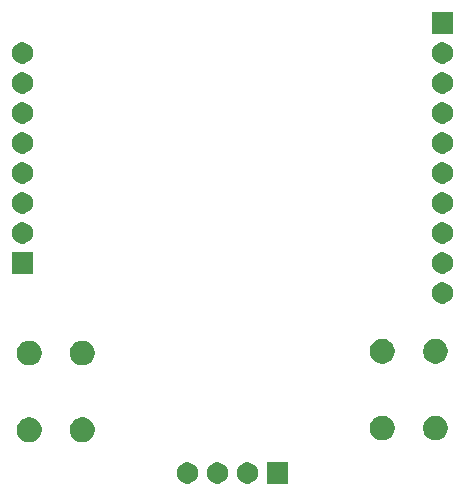
<source format=gbr>
G04 #@! TF.GenerationSoftware,KiCad,Pcbnew,5.1.5-52549c5~84~ubuntu16.04.1*
G04 #@! TF.CreationDate,2020-02-22T18:21:11+01:00*
G04 #@! TF.ProjectId,ESP-12F Board,4553502d-3132-4462-9042-6f6172642e6b,rev?*
G04 #@! TF.SameCoordinates,Original*
G04 #@! TF.FileFunction,Soldermask,Bot*
G04 #@! TF.FilePolarity,Negative*
%FSLAX46Y46*%
G04 Gerber Fmt 4.6, Leading zero omitted, Abs format (unit mm)*
G04 Created by KiCad (PCBNEW 5.1.5-52549c5~84~ubuntu16.04.1) date 2020-02-22 18:21:11*
%MOMM*%
%LPD*%
G04 APERTURE LIST*
%ADD10C,0.100000*%
G04 APERTURE END LIST*
D10*
G36*
X151243512Y-109593927D02*
G01*
X151392812Y-109623624D01*
X151556784Y-109691544D01*
X151704354Y-109790147D01*
X151829853Y-109915646D01*
X151928456Y-110063216D01*
X151996376Y-110227188D01*
X152031000Y-110401259D01*
X152031000Y-110578741D01*
X151996376Y-110752812D01*
X151928456Y-110916784D01*
X151829853Y-111064354D01*
X151704354Y-111189853D01*
X151556784Y-111288456D01*
X151392812Y-111356376D01*
X151243512Y-111386073D01*
X151218742Y-111391000D01*
X151041258Y-111391000D01*
X151016488Y-111386073D01*
X150867188Y-111356376D01*
X150703216Y-111288456D01*
X150555646Y-111189853D01*
X150430147Y-111064354D01*
X150331544Y-110916784D01*
X150263624Y-110752812D01*
X150229000Y-110578741D01*
X150229000Y-110401259D01*
X150263624Y-110227188D01*
X150331544Y-110063216D01*
X150430147Y-109915646D01*
X150555646Y-109790147D01*
X150703216Y-109691544D01*
X150867188Y-109623624D01*
X151016488Y-109593927D01*
X151041258Y-109589000D01*
X151218742Y-109589000D01*
X151243512Y-109593927D01*
G37*
G36*
X153783512Y-109593927D02*
G01*
X153932812Y-109623624D01*
X154096784Y-109691544D01*
X154244354Y-109790147D01*
X154369853Y-109915646D01*
X154468456Y-110063216D01*
X154536376Y-110227188D01*
X154571000Y-110401259D01*
X154571000Y-110578741D01*
X154536376Y-110752812D01*
X154468456Y-110916784D01*
X154369853Y-111064354D01*
X154244354Y-111189853D01*
X154096784Y-111288456D01*
X153932812Y-111356376D01*
X153783512Y-111386073D01*
X153758742Y-111391000D01*
X153581258Y-111391000D01*
X153556488Y-111386073D01*
X153407188Y-111356376D01*
X153243216Y-111288456D01*
X153095646Y-111189853D01*
X152970147Y-111064354D01*
X152871544Y-110916784D01*
X152803624Y-110752812D01*
X152769000Y-110578741D01*
X152769000Y-110401259D01*
X152803624Y-110227188D01*
X152871544Y-110063216D01*
X152970147Y-109915646D01*
X153095646Y-109790147D01*
X153243216Y-109691544D01*
X153407188Y-109623624D01*
X153556488Y-109593927D01*
X153581258Y-109589000D01*
X153758742Y-109589000D01*
X153783512Y-109593927D01*
G37*
G36*
X159651000Y-111391000D02*
G01*
X157849000Y-111391000D01*
X157849000Y-109589000D01*
X159651000Y-109589000D01*
X159651000Y-111391000D01*
G37*
G36*
X156323512Y-109593927D02*
G01*
X156472812Y-109623624D01*
X156636784Y-109691544D01*
X156784354Y-109790147D01*
X156909853Y-109915646D01*
X157008456Y-110063216D01*
X157076376Y-110227188D01*
X157111000Y-110401259D01*
X157111000Y-110578741D01*
X157076376Y-110752812D01*
X157008456Y-110916784D01*
X156909853Y-111064354D01*
X156784354Y-111189853D01*
X156636784Y-111288456D01*
X156472812Y-111356376D01*
X156323512Y-111386073D01*
X156298742Y-111391000D01*
X156121258Y-111391000D01*
X156096488Y-111386073D01*
X155947188Y-111356376D01*
X155783216Y-111288456D01*
X155635646Y-111189853D01*
X155510147Y-111064354D01*
X155411544Y-110916784D01*
X155343624Y-110752812D01*
X155309000Y-110578741D01*
X155309000Y-110401259D01*
X155343624Y-110227188D01*
X155411544Y-110063216D01*
X155510147Y-109915646D01*
X155635646Y-109790147D01*
X155783216Y-109691544D01*
X155947188Y-109623624D01*
X156096488Y-109593927D01*
X156121258Y-109589000D01*
X156298742Y-109589000D01*
X156323512Y-109593927D01*
G37*
G36*
X142546564Y-105819389D02*
G01*
X142737833Y-105898615D01*
X142737835Y-105898616D01*
X142904573Y-106010027D01*
X142909973Y-106013635D01*
X143056365Y-106160027D01*
X143171385Y-106332167D01*
X143250611Y-106523436D01*
X143291000Y-106726484D01*
X143291000Y-106933516D01*
X143250611Y-107136564D01*
X143233516Y-107177835D01*
X143171384Y-107327835D01*
X143056365Y-107499973D01*
X142909973Y-107646365D01*
X142737835Y-107761384D01*
X142737834Y-107761385D01*
X142737833Y-107761385D01*
X142546564Y-107840611D01*
X142343516Y-107881000D01*
X142136484Y-107881000D01*
X141933436Y-107840611D01*
X141742167Y-107761385D01*
X141742166Y-107761385D01*
X141742165Y-107761384D01*
X141570027Y-107646365D01*
X141423635Y-107499973D01*
X141308616Y-107327835D01*
X141246484Y-107177835D01*
X141229389Y-107136564D01*
X141189000Y-106933516D01*
X141189000Y-106726484D01*
X141229389Y-106523436D01*
X141308615Y-106332167D01*
X141423635Y-106160027D01*
X141570027Y-106013635D01*
X141575427Y-106010027D01*
X141742165Y-105898616D01*
X141742167Y-105898615D01*
X141933436Y-105819389D01*
X142136484Y-105779000D01*
X142343516Y-105779000D01*
X142546564Y-105819389D01*
G37*
G36*
X138046564Y-105819389D02*
G01*
X138237833Y-105898615D01*
X138237835Y-105898616D01*
X138404573Y-106010027D01*
X138409973Y-106013635D01*
X138556365Y-106160027D01*
X138671385Y-106332167D01*
X138750611Y-106523436D01*
X138791000Y-106726484D01*
X138791000Y-106933516D01*
X138750611Y-107136564D01*
X138733516Y-107177835D01*
X138671384Y-107327835D01*
X138556365Y-107499973D01*
X138409973Y-107646365D01*
X138237835Y-107761384D01*
X138237834Y-107761385D01*
X138237833Y-107761385D01*
X138046564Y-107840611D01*
X137843516Y-107881000D01*
X137636484Y-107881000D01*
X137433436Y-107840611D01*
X137242167Y-107761385D01*
X137242166Y-107761385D01*
X137242165Y-107761384D01*
X137070027Y-107646365D01*
X136923635Y-107499973D01*
X136808616Y-107327835D01*
X136746484Y-107177835D01*
X136729389Y-107136564D01*
X136689000Y-106933516D01*
X136689000Y-106726484D01*
X136729389Y-106523436D01*
X136808615Y-106332167D01*
X136923635Y-106160027D01*
X137070027Y-106013635D01*
X137075427Y-106010027D01*
X137242165Y-105898616D01*
X137242167Y-105898615D01*
X137433436Y-105819389D01*
X137636484Y-105779000D01*
X137843516Y-105779000D01*
X138046564Y-105819389D01*
G37*
G36*
X167946564Y-105669389D02*
G01*
X168137833Y-105748615D01*
X168137835Y-105748616D01*
X168243754Y-105819389D01*
X168309973Y-105863635D01*
X168456365Y-106010027D01*
X168571385Y-106182167D01*
X168650611Y-106373436D01*
X168691000Y-106576484D01*
X168691000Y-106783516D01*
X168650611Y-106986564D01*
X168571385Y-107177833D01*
X168571384Y-107177835D01*
X168456365Y-107349973D01*
X168309973Y-107496365D01*
X168137835Y-107611384D01*
X168137834Y-107611385D01*
X168137833Y-107611385D01*
X167946564Y-107690611D01*
X167743516Y-107731000D01*
X167536484Y-107731000D01*
X167333436Y-107690611D01*
X167142167Y-107611385D01*
X167142166Y-107611385D01*
X167142165Y-107611384D01*
X166970027Y-107496365D01*
X166823635Y-107349973D01*
X166708616Y-107177835D01*
X166708615Y-107177833D01*
X166629389Y-106986564D01*
X166589000Y-106783516D01*
X166589000Y-106576484D01*
X166629389Y-106373436D01*
X166708615Y-106182167D01*
X166823635Y-106010027D01*
X166970027Y-105863635D01*
X167036246Y-105819389D01*
X167142165Y-105748616D01*
X167142167Y-105748615D01*
X167333436Y-105669389D01*
X167536484Y-105629000D01*
X167743516Y-105629000D01*
X167946564Y-105669389D01*
G37*
G36*
X172446564Y-105669389D02*
G01*
X172637833Y-105748615D01*
X172637835Y-105748616D01*
X172743754Y-105819389D01*
X172809973Y-105863635D01*
X172956365Y-106010027D01*
X173071385Y-106182167D01*
X173150611Y-106373436D01*
X173191000Y-106576484D01*
X173191000Y-106783516D01*
X173150611Y-106986564D01*
X173071385Y-107177833D01*
X173071384Y-107177835D01*
X172956365Y-107349973D01*
X172809973Y-107496365D01*
X172637835Y-107611384D01*
X172637834Y-107611385D01*
X172637833Y-107611385D01*
X172446564Y-107690611D01*
X172243516Y-107731000D01*
X172036484Y-107731000D01*
X171833436Y-107690611D01*
X171642167Y-107611385D01*
X171642166Y-107611385D01*
X171642165Y-107611384D01*
X171470027Y-107496365D01*
X171323635Y-107349973D01*
X171208616Y-107177835D01*
X171208615Y-107177833D01*
X171129389Y-106986564D01*
X171089000Y-106783516D01*
X171089000Y-106576484D01*
X171129389Y-106373436D01*
X171208615Y-106182167D01*
X171323635Y-106010027D01*
X171470027Y-105863635D01*
X171536246Y-105819389D01*
X171642165Y-105748616D01*
X171642167Y-105748615D01*
X171833436Y-105669389D01*
X172036484Y-105629000D01*
X172243516Y-105629000D01*
X172446564Y-105669389D01*
G37*
G36*
X142546564Y-99319389D02*
G01*
X142737833Y-99398615D01*
X142737835Y-99398616D01*
X142904573Y-99510027D01*
X142909973Y-99513635D01*
X143056365Y-99660027D01*
X143171385Y-99832167D01*
X143250611Y-100023436D01*
X143291000Y-100226484D01*
X143291000Y-100433516D01*
X143250611Y-100636564D01*
X143233516Y-100677835D01*
X143171384Y-100827835D01*
X143056365Y-100999973D01*
X142909973Y-101146365D01*
X142737835Y-101261384D01*
X142737834Y-101261385D01*
X142737833Y-101261385D01*
X142546564Y-101340611D01*
X142343516Y-101381000D01*
X142136484Y-101381000D01*
X141933436Y-101340611D01*
X141742167Y-101261385D01*
X141742166Y-101261385D01*
X141742165Y-101261384D01*
X141570027Y-101146365D01*
X141423635Y-100999973D01*
X141308616Y-100827835D01*
X141246484Y-100677835D01*
X141229389Y-100636564D01*
X141189000Y-100433516D01*
X141189000Y-100226484D01*
X141229389Y-100023436D01*
X141308615Y-99832167D01*
X141423635Y-99660027D01*
X141570027Y-99513635D01*
X141575427Y-99510027D01*
X141742165Y-99398616D01*
X141742167Y-99398615D01*
X141933436Y-99319389D01*
X142136484Y-99279000D01*
X142343516Y-99279000D01*
X142546564Y-99319389D01*
G37*
G36*
X138046564Y-99319389D02*
G01*
X138237833Y-99398615D01*
X138237835Y-99398616D01*
X138404573Y-99510027D01*
X138409973Y-99513635D01*
X138556365Y-99660027D01*
X138671385Y-99832167D01*
X138750611Y-100023436D01*
X138791000Y-100226484D01*
X138791000Y-100433516D01*
X138750611Y-100636564D01*
X138733516Y-100677835D01*
X138671384Y-100827835D01*
X138556365Y-100999973D01*
X138409973Y-101146365D01*
X138237835Y-101261384D01*
X138237834Y-101261385D01*
X138237833Y-101261385D01*
X138046564Y-101340611D01*
X137843516Y-101381000D01*
X137636484Y-101381000D01*
X137433436Y-101340611D01*
X137242167Y-101261385D01*
X137242166Y-101261385D01*
X137242165Y-101261384D01*
X137070027Y-101146365D01*
X136923635Y-100999973D01*
X136808616Y-100827835D01*
X136746484Y-100677835D01*
X136729389Y-100636564D01*
X136689000Y-100433516D01*
X136689000Y-100226484D01*
X136729389Y-100023436D01*
X136808615Y-99832167D01*
X136923635Y-99660027D01*
X137070027Y-99513635D01*
X137075427Y-99510027D01*
X137242165Y-99398616D01*
X137242167Y-99398615D01*
X137433436Y-99319389D01*
X137636484Y-99279000D01*
X137843516Y-99279000D01*
X138046564Y-99319389D01*
G37*
G36*
X172446564Y-99169389D02*
G01*
X172637833Y-99248615D01*
X172637835Y-99248616D01*
X172743754Y-99319389D01*
X172809973Y-99363635D01*
X172956365Y-99510027D01*
X173071385Y-99682167D01*
X173150611Y-99873436D01*
X173191000Y-100076484D01*
X173191000Y-100283516D01*
X173150611Y-100486564D01*
X173071385Y-100677833D01*
X173071384Y-100677835D01*
X172956365Y-100849973D01*
X172809973Y-100996365D01*
X172637835Y-101111384D01*
X172637834Y-101111385D01*
X172637833Y-101111385D01*
X172446564Y-101190611D01*
X172243516Y-101231000D01*
X172036484Y-101231000D01*
X171833436Y-101190611D01*
X171642167Y-101111385D01*
X171642166Y-101111385D01*
X171642165Y-101111384D01*
X171470027Y-100996365D01*
X171323635Y-100849973D01*
X171208616Y-100677835D01*
X171208615Y-100677833D01*
X171129389Y-100486564D01*
X171089000Y-100283516D01*
X171089000Y-100076484D01*
X171129389Y-99873436D01*
X171208615Y-99682167D01*
X171323635Y-99510027D01*
X171470027Y-99363635D01*
X171536246Y-99319389D01*
X171642165Y-99248616D01*
X171642167Y-99248615D01*
X171833436Y-99169389D01*
X172036484Y-99129000D01*
X172243516Y-99129000D01*
X172446564Y-99169389D01*
G37*
G36*
X167946564Y-99169389D02*
G01*
X168137833Y-99248615D01*
X168137835Y-99248616D01*
X168243754Y-99319389D01*
X168309973Y-99363635D01*
X168456365Y-99510027D01*
X168571385Y-99682167D01*
X168650611Y-99873436D01*
X168691000Y-100076484D01*
X168691000Y-100283516D01*
X168650611Y-100486564D01*
X168571385Y-100677833D01*
X168571384Y-100677835D01*
X168456365Y-100849973D01*
X168309973Y-100996365D01*
X168137835Y-101111384D01*
X168137834Y-101111385D01*
X168137833Y-101111385D01*
X167946564Y-101190611D01*
X167743516Y-101231000D01*
X167536484Y-101231000D01*
X167333436Y-101190611D01*
X167142167Y-101111385D01*
X167142166Y-101111385D01*
X167142165Y-101111384D01*
X166970027Y-100996365D01*
X166823635Y-100849973D01*
X166708616Y-100677835D01*
X166708615Y-100677833D01*
X166629389Y-100486564D01*
X166589000Y-100283516D01*
X166589000Y-100076484D01*
X166629389Y-99873436D01*
X166708615Y-99682167D01*
X166823635Y-99510027D01*
X166970027Y-99363635D01*
X167036246Y-99319389D01*
X167142165Y-99248616D01*
X167142167Y-99248615D01*
X167333436Y-99169389D01*
X167536484Y-99129000D01*
X167743516Y-99129000D01*
X167946564Y-99169389D01*
G37*
G36*
X172833512Y-94353927D02*
G01*
X172982812Y-94383624D01*
X173146784Y-94451544D01*
X173294354Y-94550147D01*
X173419853Y-94675646D01*
X173518456Y-94823216D01*
X173586376Y-94987188D01*
X173621000Y-95161259D01*
X173621000Y-95338741D01*
X173586376Y-95512812D01*
X173518456Y-95676784D01*
X173419853Y-95824354D01*
X173294354Y-95949853D01*
X173146784Y-96048456D01*
X172982812Y-96116376D01*
X172833512Y-96146073D01*
X172808742Y-96151000D01*
X172631258Y-96151000D01*
X172606488Y-96146073D01*
X172457188Y-96116376D01*
X172293216Y-96048456D01*
X172145646Y-95949853D01*
X172020147Y-95824354D01*
X171921544Y-95676784D01*
X171853624Y-95512812D01*
X171819000Y-95338741D01*
X171819000Y-95161259D01*
X171853624Y-94987188D01*
X171921544Y-94823216D01*
X172020147Y-94675646D01*
X172145646Y-94550147D01*
X172293216Y-94451544D01*
X172457188Y-94383624D01*
X172606488Y-94353927D01*
X172631258Y-94349000D01*
X172808742Y-94349000D01*
X172833512Y-94353927D01*
G37*
G36*
X172833512Y-91813927D02*
G01*
X172982812Y-91843624D01*
X173146784Y-91911544D01*
X173294354Y-92010147D01*
X173419853Y-92135646D01*
X173518456Y-92283216D01*
X173586376Y-92447188D01*
X173621000Y-92621259D01*
X173621000Y-92798741D01*
X173586376Y-92972812D01*
X173518456Y-93136784D01*
X173419853Y-93284354D01*
X173294354Y-93409853D01*
X173146784Y-93508456D01*
X172982812Y-93576376D01*
X172833512Y-93606073D01*
X172808742Y-93611000D01*
X172631258Y-93611000D01*
X172606488Y-93606073D01*
X172457188Y-93576376D01*
X172293216Y-93508456D01*
X172145646Y-93409853D01*
X172020147Y-93284354D01*
X171921544Y-93136784D01*
X171853624Y-92972812D01*
X171819000Y-92798741D01*
X171819000Y-92621259D01*
X171853624Y-92447188D01*
X171921544Y-92283216D01*
X172020147Y-92135646D01*
X172145646Y-92010147D01*
X172293216Y-91911544D01*
X172457188Y-91843624D01*
X172606488Y-91813927D01*
X172631258Y-91809000D01*
X172808742Y-91809000D01*
X172833512Y-91813927D01*
G37*
G36*
X138061000Y-93611000D02*
G01*
X136259000Y-93611000D01*
X136259000Y-91809000D01*
X138061000Y-91809000D01*
X138061000Y-93611000D01*
G37*
G36*
X172833512Y-89273927D02*
G01*
X172982812Y-89303624D01*
X173146784Y-89371544D01*
X173294354Y-89470147D01*
X173419853Y-89595646D01*
X173518456Y-89743216D01*
X173586376Y-89907188D01*
X173621000Y-90081259D01*
X173621000Y-90258741D01*
X173586376Y-90432812D01*
X173518456Y-90596784D01*
X173419853Y-90744354D01*
X173294354Y-90869853D01*
X173146784Y-90968456D01*
X172982812Y-91036376D01*
X172833512Y-91066073D01*
X172808742Y-91071000D01*
X172631258Y-91071000D01*
X172606488Y-91066073D01*
X172457188Y-91036376D01*
X172293216Y-90968456D01*
X172145646Y-90869853D01*
X172020147Y-90744354D01*
X171921544Y-90596784D01*
X171853624Y-90432812D01*
X171819000Y-90258741D01*
X171819000Y-90081259D01*
X171853624Y-89907188D01*
X171921544Y-89743216D01*
X172020147Y-89595646D01*
X172145646Y-89470147D01*
X172293216Y-89371544D01*
X172457188Y-89303624D01*
X172606488Y-89273927D01*
X172631258Y-89269000D01*
X172808742Y-89269000D01*
X172833512Y-89273927D01*
G37*
G36*
X137273512Y-89273927D02*
G01*
X137422812Y-89303624D01*
X137586784Y-89371544D01*
X137734354Y-89470147D01*
X137859853Y-89595646D01*
X137958456Y-89743216D01*
X138026376Y-89907188D01*
X138061000Y-90081259D01*
X138061000Y-90258741D01*
X138026376Y-90432812D01*
X137958456Y-90596784D01*
X137859853Y-90744354D01*
X137734354Y-90869853D01*
X137586784Y-90968456D01*
X137422812Y-91036376D01*
X137273512Y-91066073D01*
X137248742Y-91071000D01*
X137071258Y-91071000D01*
X137046488Y-91066073D01*
X136897188Y-91036376D01*
X136733216Y-90968456D01*
X136585646Y-90869853D01*
X136460147Y-90744354D01*
X136361544Y-90596784D01*
X136293624Y-90432812D01*
X136259000Y-90258741D01*
X136259000Y-90081259D01*
X136293624Y-89907188D01*
X136361544Y-89743216D01*
X136460147Y-89595646D01*
X136585646Y-89470147D01*
X136733216Y-89371544D01*
X136897188Y-89303624D01*
X137046488Y-89273927D01*
X137071258Y-89269000D01*
X137248742Y-89269000D01*
X137273512Y-89273927D01*
G37*
G36*
X137273512Y-86733927D02*
G01*
X137422812Y-86763624D01*
X137586784Y-86831544D01*
X137734354Y-86930147D01*
X137859853Y-87055646D01*
X137958456Y-87203216D01*
X138026376Y-87367188D01*
X138061000Y-87541259D01*
X138061000Y-87718741D01*
X138026376Y-87892812D01*
X137958456Y-88056784D01*
X137859853Y-88204354D01*
X137734354Y-88329853D01*
X137586784Y-88428456D01*
X137422812Y-88496376D01*
X137273512Y-88526073D01*
X137248742Y-88531000D01*
X137071258Y-88531000D01*
X137046488Y-88526073D01*
X136897188Y-88496376D01*
X136733216Y-88428456D01*
X136585646Y-88329853D01*
X136460147Y-88204354D01*
X136361544Y-88056784D01*
X136293624Y-87892812D01*
X136259000Y-87718741D01*
X136259000Y-87541259D01*
X136293624Y-87367188D01*
X136361544Y-87203216D01*
X136460147Y-87055646D01*
X136585646Y-86930147D01*
X136733216Y-86831544D01*
X136897188Y-86763624D01*
X137046488Y-86733927D01*
X137071258Y-86729000D01*
X137248742Y-86729000D01*
X137273512Y-86733927D01*
G37*
G36*
X172833512Y-86733927D02*
G01*
X172982812Y-86763624D01*
X173146784Y-86831544D01*
X173294354Y-86930147D01*
X173419853Y-87055646D01*
X173518456Y-87203216D01*
X173586376Y-87367188D01*
X173621000Y-87541259D01*
X173621000Y-87718741D01*
X173586376Y-87892812D01*
X173518456Y-88056784D01*
X173419853Y-88204354D01*
X173294354Y-88329853D01*
X173146784Y-88428456D01*
X172982812Y-88496376D01*
X172833512Y-88526073D01*
X172808742Y-88531000D01*
X172631258Y-88531000D01*
X172606488Y-88526073D01*
X172457188Y-88496376D01*
X172293216Y-88428456D01*
X172145646Y-88329853D01*
X172020147Y-88204354D01*
X171921544Y-88056784D01*
X171853624Y-87892812D01*
X171819000Y-87718741D01*
X171819000Y-87541259D01*
X171853624Y-87367188D01*
X171921544Y-87203216D01*
X172020147Y-87055646D01*
X172145646Y-86930147D01*
X172293216Y-86831544D01*
X172457188Y-86763624D01*
X172606488Y-86733927D01*
X172631258Y-86729000D01*
X172808742Y-86729000D01*
X172833512Y-86733927D01*
G37*
G36*
X137273512Y-84193927D02*
G01*
X137422812Y-84223624D01*
X137586784Y-84291544D01*
X137734354Y-84390147D01*
X137859853Y-84515646D01*
X137958456Y-84663216D01*
X138026376Y-84827188D01*
X138061000Y-85001259D01*
X138061000Y-85178741D01*
X138026376Y-85352812D01*
X137958456Y-85516784D01*
X137859853Y-85664354D01*
X137734354Y-85789853D01*
X137586784Y-85888456D01*
X137422812Y-85956376D01*
X137273512Y-85986073D01*
X137248742Y-85991000D01*
X137071258Y-85991000D01*
X137046488Y-85986073D01*
X136897188Y-85956376D01*
X136733216Y-85888456D01*
X136585646Y-85789853D01*
X136460147Y-85664354D01*
X136361544Y-85516784D01*
X136293624Y-85352812D01*
X136259000Y-85178741D01*
X136259000Y-85001259D01*
X136293624Y-84827188D01*
X136361544Y-84663216D01*
X136460147Y-84515646D01*
X136585646Y-84390147D01*
X136733216Y-84291544D01*
X136897188Y-84223624D01*
X137046488Y-84193927D01*
X137071258Y-84189000D01*
X137248742Y-84189000D01*
X137273512Y-84193927D01*
G37*
G36*
X172833512Y-84193927D02*
G01*
X172982812Y-84223624D01*
X173146784Y-84291544D01*
X173294354Y-84390147D01*
X173419853Y-84515646D01*
X173518456Y-84663216D01*
X173586376Y-84827188D01*
X173621000Y-85001259D01*
X173621000Y-85178741D01*
X173586376Y-85352812D01*
X173518456Y-85516784D01*
X173419853Y-85664354D01*
X173294354Y-85789853D01*
X173146784Y-85888456D01*
X172982812Y-85956376D01*
X172833512Y-85986073D01*
X172808742Y-85991000D01*
X172631258Y-85991000D01*
X172606488Y-85986073D01*
X172457188Y-85956376D01*
X172293216Y-85888456D01*
X172145646Y-85789853D01*
X172020147Y-85664354D01*
X171921544Y-85516784D01*
X171853624Y-85352812D01*
X171819000Y-85178741D01*
X171819000Y-85001259D01*
X171853624Y-84827188D01*
X171921544Y-84663216D01*
X172020147Y-84515646D01*
X172145646Y-84390147D01*
X172293216Y-84291544D01*
X172457188Y-84223624D01*
X172606488Y-84193927D01*
X172631258Y-84189000D01*
X172808742Y-84189000D01*
X172833512Y-84193927D01*
G37*
G36*
X137273512Y-81653927D02*
G01*
X137422812Y-81683624D01*
X137586784Y-81751544D01*
X137734354Y-81850147D01*
X137859853Y-81975646D01*
X137958456Y-82123216D01*
X138026376Y-82287188D01*
X138061000Y-82461259D01*
X138061000Y-82638741D01*
X138026376Y-82812812D01*
X137958456Y-82976784D01*
X137859853Y-83124354D01*
X137734354Y-83249853D01*
X137586784Y-83348456D01*
X137422812Y-83416376D01*
X137273512Y-83446073D01*
X137248742Y-83451000D01*
X137071258Y-83451000D01*
X137046488Y-83446073D01*
X136897188Y-83416376D01*
X136733216Y-83348456D01*
X136585646Y-83249853D01*
X136460147Y-83124354D01*
X136361544Y-82976784D01*
X136293624Y-82812812D01*
X136259000Y-82638741D01*
X136259000Y-82461259D01*
X136293624Y-82287188D01*
X136361544Y-82123216D01*
X136460147Y-81975646D01*
X136585646Y-81850147D01*
X136733216Y-81751544D01*
X136897188Y-81683624D01*
X137046488Y-81653927D01*
X137071258Y-81649000D01*
X137248742Y-81649000D01*
X137273512Y-81653927D01*
G37*
G36*
X172833512Y-81653927D02*
G01*
X172982812Y-81683624D01*
X173146784Y-81751544D01*
X173294354Y-81850147D01*
X173419853Y-81975646D01*
X173518456Y-82123216D01*
X173586376Y-82287188D01*
X173621000Y-82461259D01*
X173621000Y-82638741D01*
X173586376Y-82812812D01*
X173518456Y-82976784D01*
X173419853Y-83124354D01*
X173294354Y-83249853D01*
X173146784Y-83348456D01*
X172982812Y-83416376D01*
X172833512Y-83446073D01*
X172808742Y-83451000D01*
X172631258Y-83451000D01*
X172606488Y-83446073D01*
X172457188Y-83416376D01*
X172293216Y-83348456D01*
X172145646Y-83249853D01*
X172020147Y-83124354D01*
X171921544Y-82976784D01*
X171853624Y-82812812D01*
X171819000Y-82638741D01*
X171819000Y-82461259D01*
X171853624Y-82287188D01*
X171921544Y-82123216D01*
X172020147Y-81975646D01*
X172145646Y-81850147D01*
X172293216Y-81751544D01*
X172457188Y-81683624D01*
X172606488Y-81653927D01*
X172631258Y-81649000D01*
X172808742Y-81649000D01*
X172833512Y-81653927D01*
G37*
G36*
X137273512Y-79113927D02*
G01*
X137422812Y-79143624D01*
X137586784Y-79211544D01*
X137734354Y-79310147D01*
X137859853Y-79435646D01*
X137958456Y-79583216D01*
X138026376Y-79747188D01*
X138061000Y-79921259D01*
X138061000Y-80098741D01*
X138026376Y-80272812D01*
X137958456Y-80436784D01*
X137859853Y-80584354D01*
X137734354Y-80709853D01*
X137586784Y-80808456D01*
X137422812Y-80876376D01*
X137273512Y-80906073D01*
X137248742Y-80911000D01*
X137071258Y-80911000D01*
X137046488Y-80906073D01*
X136897188Y-80876376D01*
X136733216Y-80808456D01*
X136585646Y-80709853D01*
X136460147Y-80584354D01*
X136361544Y-80436784D01*
X136293624Y-80272812D01*
X136259000Y-80098741D01*
X136259000Y-79921259D01*
X136293624Y-79747188D01*
X136361544Y-79583216D01*
X136460147Y-79435646D01*
X136585646Y-79310147D01*
X136733216Y-79211544D01*
X136897188Y-79143624D01*
X137046488Y-79113927D01*
X137071258Y-79109000D01*
X137248742Y-79109000D01*
X137273512Y-79113927D01*
G37*
G36*
X172833512Y-79113927D02*
G01*
X172982812Y-79143624D01*
X173146784Y-79211544D01*
X173294354Y-79310147D01*
X173419853Y-79435646D01*
X173518456Y-79583216D01*
X173586376Y-79747188D01*
X173621000Y-79921259D01*
X173621000Y-80098741D01*
X173586376Y-80272812D01*
X173518456Y-80436784D01*
X173419853Y-80584354D01*
X173294354Y-80709853D01*
X173146784Y-80808456D01*
X172982812Y-80876376D01*
X172833512Y-80906073D01*
X172808742Y-80911000D01*
X172631258Y-80911000D01*
X172606488Y-80906073D01*
X172457188Y-80876376D01*
X172293216Y-80808456D01*
X172145646Y-80709853D01*
X172020147Y-80584354D01*
X171921544Y-80436784D01*
X171853624Y-80272812D01*
X171819000Y-80098741D01*
X171819000Y-79921259D01*
X171853624Y-79747188D01*
X171921544Y-79583216D01*
X172020147Y-79435646D01*
X172145646Y-79310147D01*
X172293216Y-79211544D01*
X172457188Y-79143624D01*
X172606488Y-79113927D01*
X172631258Y-79109000D01*
X172808742Y-79109000D01*
X172833512Y-79113927D01*
G37*
G36*
X172833512Y-76573927D02*
G01*
X172982812Y-76603624D01*
X173146784Y-76671544D01*
X173294354Y-76770147D01*
X173419853Y-76895646D01*
X173518456Y-77043216D01*
X173586376Y-77207188D01*
X173621000Y-77381259D01*
X173621000Y-77558741D01*
X173586376Y-77732812D01*
X173518456Y-77896784D01*
X173419853Y-78044354D01*
X173294354Y-78169853D01*
X173146784Y-78268456D01*
X172982812Y-78336376D01*
X172833512Y-78366073D01*
X172808742Y-78371000D01*
X172631258Y-78371000D01*
X172606488Y-78366073D01*
X172457188Y-78336376D01*
X172293216Y-78268456D01*
X172145646Y-78169853D01*
X172020147Y-78044354D01*
X171921544Y-77896784D01*
X171853624Y-77732812D01*
X171819000Y-77558741D01*
X171819000Y-77381259D01*
X171853624Y-77207188D01*
X171921544Y-77043216D01*
X172020147Y-76895646D01*
X172145646Y-76770147D01*
X172293216Y-76671544D01*
X172457188Y-76603624D01*
X172606488Y-76573927D01*
X172631258Y-76569000D01*
X172808742Y-76569000D01*
X172833512Y-76573927D01*
G37*
G36*
X137273512Y-76573927D02*
G01*
X137422812Y-76603624D01*
X137586784Y-76671544D01*
X137734354Y-76770147D01*
X137859853Y-76895646D01*
X137958456Y-77043216D01*
X138026376Y-77207188D01*
X138061000Y-77381259D01*
X138061000Y-77558741D01*
X138026376Y-77732812D01*
X137958456Y-77896784D01*
X137859853Y-78044354D01*
X137734354Y-78169853D01*
X137586784Y-78268456D01*
X137422812Y-78336376D01*
X137273512Y-78366073D01*
X137248742Y-78371000D01*
X137071258Y-78371000D01*
X137046488Y-78366073D01*
X136897188Y-78336376D01*
X136733216Y-78268456D01*
X136585646Y-78169853D01*
X136460147Y-78044354D01*
X136361544Y-77896784D01*
X136293624Y-77732812D01*
X136259000Y-77558741D01*
X136259000Y-77381259D01*
X136293624Y-77207188D01*
X136361544Y-77043216D01*
X136460147Y-76895646D01*
X136585646Y-76770147D01*
X136733216Y-76671544D01*
X136897188Y-76603624D01*
X137046488Y-76573927D01*
X137071258Y-76569000D01*
X137248742Y-76569000D01*
X137273512Y-76573927D01*
G37*
G36*
X172833512Y-74033927D02*
G01*
X172982812Y-74063624D01*
X173146784Y-74131544D01*
X173294354Y-74230147D01*
X173419853Y-74355646D01*
X173518456Y-74503216D01*
X173586376Y-74667188D01*
X173621000Y-74841259D01*
X173621000Y-75018741D01*
X173586376Y-75192812D01*
X173518456Y-75356784D01*
X173419853Y-75504354D01*
X173294354Y-75629853D01*
X173146784Y-75728456D01*
X172982812Y-75796376D01*
X172833512Y-75826073D01*
X172808742Y-75831000D01*
X172631258Y-75831000D01*
X172606488Y-75826073D01*
X172457188Y-75796376D01*
X172293216Y-75728456D01*
X172145646Y-75629853D01*
X172020147Y-75504354D01*
X171921544Y-75356784D01*
X171853624Y-75192812D01*
X171819000Y-75018741D01*
X171819000Y-74841259D01*
X171853624Y-74667188D01*
X171921544Y-74503216D01*
X172020147Y-74355646D01*
X172145646Y-74230147D01*
X172293216Y-74131544D01*
X172457188Y-74063624D01*
X172606488Y-74033927D01*
X172631258Y-74029000D01*
X172808742Y-74029000D01*
X172833512Y-74033927D01*
G37*
G36*
X137273512Y-74033927D02*
G01*
X137422812Y-74063624D01*
X137586784Y-74131544D01*
X137734354Y-74230147D01*
X137859853Y-74355646D01*
X137958456Y-74503216D01*
X138026376Y-74667188D01*
X138061000Y-74841259D01*
X138061000Y-75018741D01*
X138026376Y-75192812D01*
X137958456Y-75356784D01*
X137859853Y-75504354D01*
X137734354Y-75629853D01*
X137586784Y-75728456D01*
X137422812Y-75796376D01*
X137273512Y-75826073D01*
X137248742Y-75831000D01*
X137071258Y-75831000D01*
X137046488Y-75826073D01*
X136897188Y-75796376D01*
X136733216Y-75728456D01*
X136585646Y-75629853D01*
X136460147Y-75504354D01*
X136361544Y-75356784D01*
X136293624Y-75192812D01*
X136259000Y-75018741D01*
X136259000Y-74841259D01*
X136293624Y-74667188D01*
X136361544Y-74503216D01*
X136460147Y-74355646D01*
X136585646Y-74230147D01*
X136733216Y-74131544D01*
X136897188Y-74063624D01*
X137046488Y-74033927D01*
X137071258Y-74029000D01*
X137248742Y-74029000D01*
X137273512Y-74033927D01*
G37*
G36*
X173621000Y-73291000D02*
G01*
X171819000Y-73291000D01*
X171819000Y-71489000D01*
X173621000Y-71489000D01*
X173621000Y-73291000D01*
G37*
M02*

</source>
